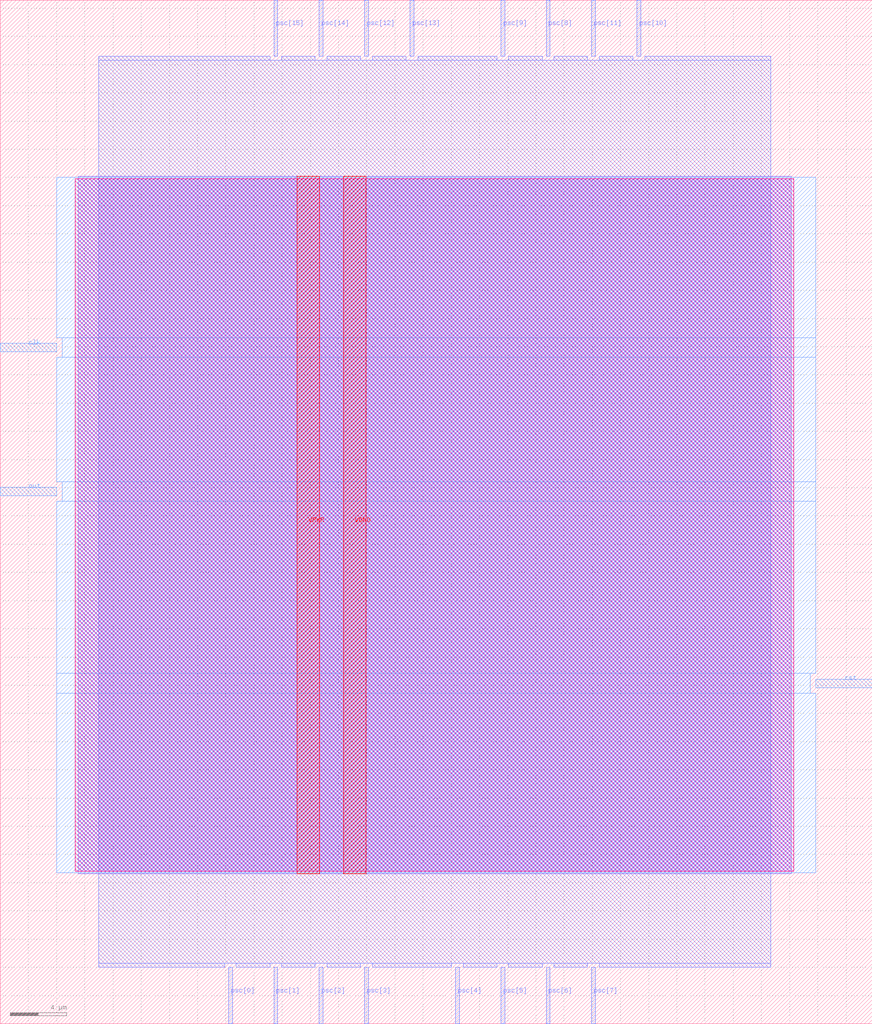
<source format=lef>
VERSION 5.7 ;
  NOWIREEXTENSIONATPIN ON ;
  DIVIDERCHAR "/" ;
  BUSBITCHARS "[]" ;
MACRO freq_psc
  CLASS BLOCK ;
  FOREIGN freq_psc ;
  ORIGIN 0.000 0.000 ;
  SIZE 61.860 BY 72.580 ;
  PIN VGND
    DIRECTION INOUT ;
    USE GROUND ;
    PORT
      LAYER met4 ;
        RECT 24.340 10.640 25.940 60.080 ;
    END
  END VGND
  PIN VPWR
    DIRECTION INOUT ;
    USE POWER ;
    PORT
      LAYER met4 ;
        RECT 21.040 10.640 22.640 60.080 ;
    END
  END VPWR
  PIN clk
    DIRECTION INPUT ;
    USE SIGNAL ;
    ANTENNAGATEAREA 0.852000 ;
    PORT
      LAYER met3 ;
        RECT 0.000 47.640 4.000 48.240 ;
    END
  END clk
  PIN out
    DIRECTION OUTPUT ;
    USE SIGNAL ;
    ANTENNADIFFAREA 0.445500 ;
    PORT
      LAYER met3 ;
        RECT 0.000 37.440 4.000 38.040 ;
    END
  END out
  PIN psc[0]
    DIRECTION INPUT ;
    USE SIGNAL ;
    ANTENNAGATEAREA 0.196500 ;
    PORT
      LAYER met2 ;
        RECT 16.190 0.000 16.470 4.000 ;
    END
  END psc[0]
  PIN psc[10]
    DIRECTION INPUT ;
    USE SIGNAL ;
    ANTENNAGATEAREA 0.196500 ;
    PORT
      LAYER met2 ;
        RECT 45.170 68.580 45.450 72.580 ;
    END
  END psc[10]
  PIN psc[11]
    DIRECTION INPUT ;
    USE SIGNAL ;
    ANTENNAGATEAREA 0.196500 ;
    PORT
      LAYER met2 ;
        RECT 41.950 68.580 42.230 72.580 ;
    END
  END psc[11]
  PIN psc[12]
    DIRECTION INPUT ;
    USE SIGNAL ;
    ANTENNAGATEAREA 0.196500 ;
    PORT
      LAYER met2 ;
        RECT 25.850 68.580 26.130 72.580 ;
    END
  END psc[12]
  PIN psc[13]
    DIRECTION INPUT ;
    USE SIGNAL ;
    ANTENNAGATEAREA 0.196500 ;
    PORT
      LAYER met2 ;
        RECT 29.070 68.580 29.350 72.580 ;
    END
  END psc[13]
  PIN psc[14]
    DIRECTION INPUT ;
    USE SIGNAL ;
    ANTENNAGATEAREA 0.196500 ;
    PORT
      LAYER met2 ;
        RECT 22.630 68.580 22.910 72.580 ;
    END
  END psc[14]
  PIN psc[15]
    DIRECTION INPUT ;
    USE SIGNAL ;
    ANTENNAGATEAREA 0.196500 ;
    PORT
      LAYER met2 ;
        RECT 19.410 68.580 19.690 72.580 ;
    END
  END psc[15]
  PIN psc[1]
    DIRECTION INPUT ;
    USE SIGNAL ;
    ANTENNAGATEAREA 0.196500 ;
    PORT
      LAYER met2 ;
        RECT 19.410 0.000 19.690 4.000 ;
    END
  END psc[1]
  PIN psc[2]
    DIRECTION INPUT ;
    USE SIGNAL ;
    ANTENNAGATEAREA 0.196500 ;
    PORT
      LAYER met2 ;
        RECT 22.630 0.000 22.910 4.000 ;
    END
  END psc[2]
  PIN psc[3]
    DIRECTION INPUT ;
    USE SIGNAL ;
    ANTENNAGATEAREA 0.196500 ;
    PORT
      LAYER met2 ;
        RECT 25.850 0.000 26.130 4.000 ;
    END
  END psc[3]
  PIN psc[4]
    DIRECTION INPUT ;
    USE SIGNAL ;
    ANTENNAGATEAREA 0.196500 ;
    PORT
      LAYER met2 ;
        RECT 32.290 0.000 32.570 4.000 ;
    END
  END psc[4]
  PIN psc[5]
    DIRECTION INPUT ;
    USE SIGNAL ;
    ANTENNAGATEAREA 0.196500 ;
    PORT
      LAYER met2 ;
        RECT 35.510 0.000 35.790 4.000 ;
    END
  END psc[5]
  PIN psc[6]
    DIRECTION INPUT ;
    USE SIGNAL ;
    ANTENNAGATEAREA 0.196500 ;
    PORT
      LAYER met2 ;
        RECT 38.730 0.000 39.010 4.000 ;
    END
  END psc[6]
  PIN psc[7]
    DIRECTION INPUT ;
    USE SIGNAL ;
    ANTENNAGATEAREA 0.196500 ;
    PORT
      LAYER met2 ;
        RECT 41.950 0.000 42.230 4.000 ;
    END
  END psc[7]
  PIN psc[8]
    DIRECTION INPUT ;
    USE SIGNAL ;
    ANTENNAGATEAREA 0.196500 ;
    PORT
      LAYER met2 ;
        RECT 38.730 68.580 39.010 72.580 ;
    END
  END psc[8]
  PIN psc[9]
    DIRECTION INPUT ;
    USE SIGNAL ;
    ANTENNAGATEAREA 0.196500 ;
    PORT
      LAYER met2 ;
        RECT 35.510 68.580 35.790 72.580 ;
    END
  END psc[9]
  PIN rst
    DIRECTION INPUT ;
    USE SIGNAL ;
    ANTENNAGATEAREA 0.196500 ;
    PORT
      LAYER met3 ;
        RECT 57.860 23.840 61.860 24.440 ;
    END
  END rst
  OBS
      LAYER nwell ;
        RECT 5.330 10.795 56.310 59.925 ;
      LAYER li1 ;
        RECT 5.520 10.795 56.120 59.925 ;
      LAYER met1 ;
        RECT 5.520 10.640 56.120 60.080 ;
      LAYER met2 ;
        RECT 7.000 68.300 19.130 68.580 ;
        RECT 19.970 68.300 22.350 68.580 ;
        RECT 23.190 68.300 25.570 68.580 ;
        RECT 26.410 68.300 28.790 68.580 ;
        RECT 29.630 68.300 35.230 68.580 ;
        RECT 36.070 68.300 38.450 68.580 ;
        RECT 39.290 68.300 41.670 68.580 ;
        RECT 42.510 68.300 44.890 68.580 ;
        RECT 45.730 68.300 54.650 68.580 ;
        RECT 7.000 4.280 54.650 68.300 ;
        RECT 7.000 4.000 15.910 4.280 ;
        RECT 16.750 4.000 19.130 4.280 ;
        RECT 19.970 4.000 22.350 4.280 ;
        RECT 23.190 4.000 25.570 4.280 ;
        RECT 26.410 4.000 32.010 4.280 ;
        RECT 32.850 4.000 35.230 4.280 ;
        RECT 36.070 4.000 38.450 4.280 ;
        RECT 39.290 4.000 41.670 4.280 ;
        RECT 42.510 4.000 54.650 4.280 ;
      LAYER met3 ;
        RECT 4.000 48.640 57.860 60.005 ;
        RECT 4.400 47.240 57.860 48.640 ;
        RECT 4.000 38.440 57.860 47.240 ;
        RECT 4.400 37.040 57.860 38.440 ;
        RECT 4.000 24.840 57.860 37.040 ;
        RECT 4.000 23.440 57.460 24.840 ;
        RECT 4.000 10.715 57.860 23.440 ;
  END
END freq_psc
END LIBRARY


</source>
